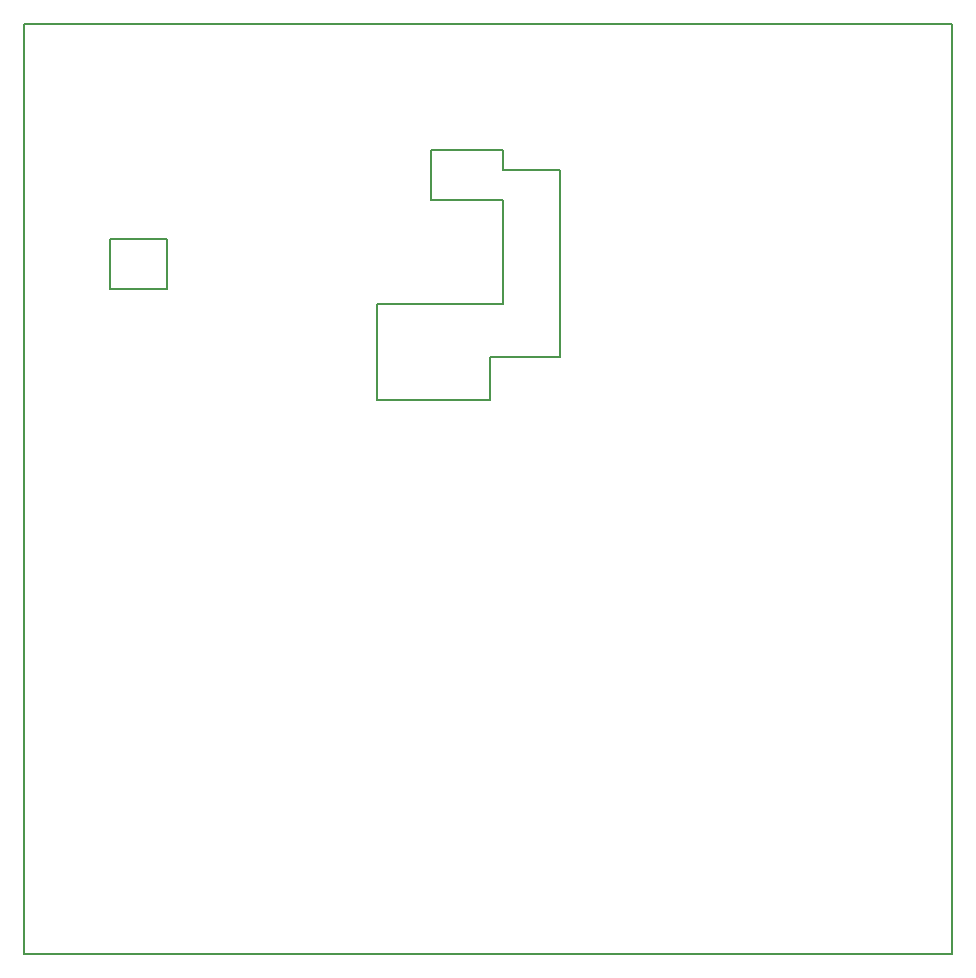
<source format=gbr>
G04 #@! TF.FileFunction,Profile,NP*
%FSLAX46Y46*%
G04 Gerber Fmt 4.6, Leading zero omitted, Abs format (unit mm)*
G04 Created by KiCad (PCBNEW 4.0.6) date Thu Nov  2 19:42:21 2017*
%MOMM*%
%LPD*%
G01*
G04 APERTURE LIST*
%ADD10C,0.100000*%
%ADD11C,0.150000*%
G04 APERTURE END LIST*
D10*
D11*
X159020000Y-33570000D02*
X152930000Y-33570000D01*
X159030000Y-35260000D02*
X159030000Y-33610000D01*
X163830000Y-35260000D02*
X159030000Y-35260000D01*
X163830000Y-51050000D02*
X163830000Y-35260000D01*
X157920000Y-51050000D02*
X163830000Y-51050000D01*
X157920000Y-54750000D02*
X157920000Y-51050000D01*
X148320000Y-54750000D02*
X157920000Y-54750000D01*
X148320000Y-46600000D02*
X148320000Y-54750000D01*
X159030000Y-46600000D02*
X148320000Y-46600000D01*
X159030000Y-37760000D02*
X159030000Y-46600000D01*
X152930000Y-37760000D02*
X159030000Y-37760000D01*
X152930000Y-33570000D02*
X152930000Y-37760000D01*
X125750000Y-41090000D02*
X125750000Y-41100000D01*
X130560000Y-41090000D02*
X125750000Y-41090000D01*
X130560000Y-45280000D02*
X130560000Y-41090000D01*
X125760000Y-45280000D02*
X130560000Y-45280000D01*
X125760000Y-41090000D02*
X125760000Y-45280000D01*
X118450000Y-22860000D02*
X118450000Y-22850000D01*
X197040000Y-22860000D02*
X118450000Y-22860000D01*
X197040000Y-101600000D02*
X197040000Y-22860000D01*
X118450000Y-101600000D02*
X197040000Y-101600000D01*
X118450000Y-22860000D02*
X118450000Y-101600000D01*
M02*

</source>
